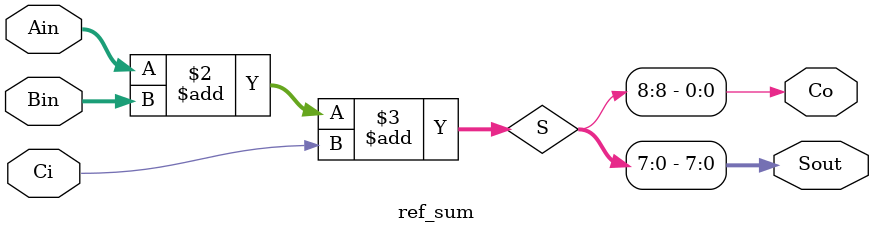
<source format=v>
module ref_sum (Ain, Bin, Ci, Sout, Co);
    input [7:0] Ain, Bin;
    input Ci;
    output [7:0] Sout;
    output Co;

    reg [8:0] S;

    always @ (Ain or Bin or Ci)
        S = Ain + Bin + Ci;

    assign Sout = S[7:0];
    assign Co = S[8];
endmodule

</source>
